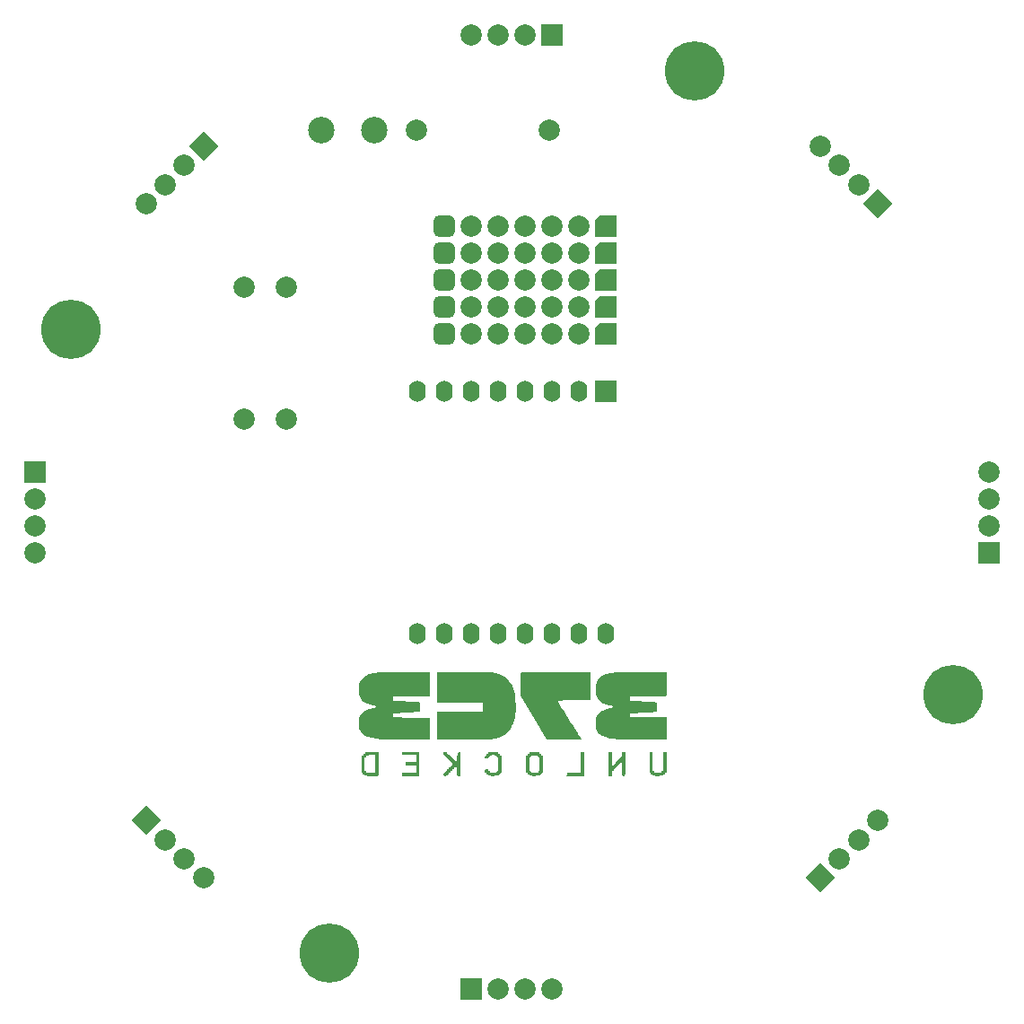
<source format=gbr>
%TF.GenerationSoftware,KiCad,Pcbnew,7.0.5*%
%TF.CreationDate,2024-01-07T17:07:28+01:00*%
%TF.ProjectId,37c3PCBLEDC100R_Rev.2,33376333-5043-4424-9c45-444331303052,rev?*%
%TF.SameCoordinates,Original*%
%TF.FileFunction,Soldermask,Bot*%
%TF.FilePolarity,Negative*%
%FSLAX46Y46*%
G04 Gerber Fmt 4.6, Leading zero omitted, Abs format (unit mm)*
G04 Created by KiCad (PCBNEW 7.0.5) date 2024-01-07 17:07:28*
%MOMM*%
%LPD*%
G01*
G04 APERTURE LIST*
G04 Aperture macros list*
%AMRoundRect*
0 Rectangle with rounded corners*
0 $1 Rounding radius*
0 $2 $3 $4 $5 $6 $7 $8 $9 X,Y pos of 4 corners*
0 Add a 4 corners polygon primitive as box body*
4,1,4,$2,$3,$4,$5,$6,$7,$8,$9,$2,$3,0*
0 Add four circle primitives for the rounded corners*
1,1,$1+$1,$2,$3*
1,1,$1+$1,$4,$5*
1,1,$1+$1,$6,$7*
1,1,$1+$1,$8,$9*
0 Add four rect primitives between the rounded corners*
20,1,$1+$1,$2,$3,$4,$5,0*
20,1,$1+$1,$4,$5,$6,$7,0*
20,1,$1+$1,$6,$7,$8,$9,0*
20,1,$1+$1,$8,$9,$2,$3,0*%
%AMRotRect*
0 Rectangle, with rotation*
0 The origin of the aperture is its center*
0 $1 length*
0 $2 width*
0 $3 Rotation angle, in degrees counterclockwise*
0 Add horizontal line*
21,1,$1,$2,0,0,$3*%
%AMOutline5P*
0 Free polygon, 5 corners , with rotation*
0 The origin of the aperture is its center*
0 number of corners: always 5*
0 $1 to $10 corner X, Y*
0 $11 Rotation angle, in degrees counterclockwise*
0 create outline with 5 corners*
4,1,5,$1,$2,$3,$4,$5,$6,$7,$8,$9,$10,$1,$2,$11*%
%AMOutline6P*
0 Free polygon, 6 corners , with rotation*
0 The origin of the aperture is its center*
0 number of corners: always 6*
0 $1 to $12 corner X, Y*
0 $13 Rotation angle, in degrees counterclockwise*
0 create outline with 6 corners*
4,1,6,$1,$2,$3,$4,$5,$6,$7,$8,$9,$10,$11,$12,$1,$2,$13*%
%AMOutline7P*
0 Free polygon, 7 corners , with rotation*
0 The origin of the aperture is its center*
0 number of corners: always 7*
0 $1 to $14 corner X, Y*
0 $15 Rotation angle, in degrees counterclockwise*
0 create outline with 7 corners*
4,1,7,$1,$2,$3,$4,$5,$6,$7,$8,$9,$10,$11,$12,$13,$14,$1,$2,$15*%
%AMOutline8P*
0 Free polygon, 8 corners , with rotation*
0 The origin of the aperture is its center*
0 number of corners: always 8*
0 $1 to $16 corner X, Y*
0 $17 Rotation angle, in degrees counterclockwise*
0 create outline with 8 corners*
4,1,8,$1,$2,$3,$4,$5,$6,$7,$8,$9,$10,$11,$12,$13,$14,$15,$16,$1,$2,$17*%
G04 Aperture macros list end*
%ADD10C,2.000000*%
%ADD11RotRect,2.000000X2.000000X225.000000*%
%ADD12C,5.600000*%
%ADD13R,2.000000X2.000000*%
%ADD14O,1.600000X2.000000*%
%ADD15RotRect,2.000000X2.000000X45.000000*%
%ADD16C,2.500000*%
%ADD17RotRect,2.000000X2.000000X315.000000*%
%ADD18Outline5P,-1.000000X0.600000X-0.600000X1.000000X1.000000X1.000000X1.000000X-1.000000X-1.000000X-1.000000X0.000000*%
%ADD19RoundRect,0.500000X-0.500000X-0.500000X0.500000X-0.500000X0.500000X0.500000X-0.500000X0.500000X0*%
%ADD20RotRect,2.000000X2.000000X135.000000*%
G04 APERTURE END LIST*
%TO.C,REF\u002A\u002A*%
G36*
X156827045Y-123767947D02*
G01*
X156827045Y-124891653D01*
X155995222Y-124891653D01*
X155163398Y-124891653D01*
X155188966Y-124796244D01*
X155204172Y-124729636D01*
X155215114Y-124647830D01*
X155228840Y-124630136D01*
X155289677Y-124613538D01*
X155407638Y-124602631D01*
X155591928Y-124596649D01*
X155851753Y-124594825D01*
X156487813Y-124594825D01*
X156487813Y-123619533D01*
X156487813Y-122644241D01*
X156657429Y-122644241D01*
X156827045Y-122644241D01*
X156827045Y-123767947D01*
G37*
G36*
X141264775Y-123767947D02*
G01*
X141264775Y-124891653D01*
X140459099Y-124891653D01*
X139653423Y-124891653D01*
X139653423Y-124743239D01*
X139653423Y-124594825D01*
X140310685Y-124594825D01*
X140967947Y-124594825D01*
X140967947Y-124255593D01*
X140967947Y-123916361D01*
X140480301Y-123916361D01*
X139992655Y-123916361D01*
X139992655Y-123767947D01*
X139992655Y-123619533D01*
X140480301Y-123619533D01*
X140967947Y-123619533D01*
X140967947Y-123280301D01*
X140967947Y-122941069D01*
X140310685Y-122941069D01*
X139653423Y-122941069D01*
X139653423Y-122792655D01*
X139653423Y-122644241D01*
X140459099Y-122644241D01*
X141264775Y-122644241D01*
X141264775Y-123767947D01*
G37*
G36*
X157420701Y-116432054D02*
G01*
X157420701Y-117767780D01*
X155872955Y-117767780D01*
X155865716Y-117767780D01*
X155513398Y-117768652D01*
X155189531Y-117771069D01*
X154903510Y-117774839D01*
X154664725Y-117779769D01*
X154482570Y-117785664D01*
X154366438Y-117792334D01*
X154325720Y-117799583D01*
X154330182Y-117816433D01*
X154365239Y-117893121D01*
X154423640Y-118001002D01*
X154462869Y-118066931D01*
X154542234Y-118197293D01*
X154653840Y-118379044D01*
X154792197Y-118603361D01*
X154951815Y-118861422D01*
X155127207Y-119144404D01*
X155312881Y-119443484D01*
X155503349Y-119749841D01*
X155693121Y-120054651D01*
X155876709Y-120349091D01*
X156048622Y-120624341D01*
X156203370Y-120871576D01*
X156335466Y-121081974D01*
X156439419Y-121246713D01*
X156509740Y-121356970D01*
X156540940Y-121403923D01*
X156543209Y-121409202D01*
X156525930Y-121422119D01*
X156468900Y-121432626D01*
X156365683Y-121440935D01*
X156209843Y-121447258D01*
X155994944Y-121451807D01*
X155714550Y-121454793D01*
X155362225Y-121456430D01*
X154931533Y-121456929D01*
X153280060Y-121456929D01*
X152042868Y-119402623D01*
X150805676Y-117348317D01*
X150805676Y-116354835D01*
X150806008Y-116196536D01*
X150808242Y-115916822D01*
X150812303Y-115666289D01*
X150817865Y-115458844D01*
X150824599Y-115308392D01*
X150832179Y-115228840D01*
X150858681Y-115096328D01*
X154139691Y-115096328D01*
X157420701Y-115096328D01*
X157420701Y-116432054D01*
G37*
G36*
X145625040Y-115107468D02*
G01*
X146103282Y-115110460D01*
X146586157Y-115113978D01*
X146996779Y-115117733D01*
X147341895Y-115121928D01*
X147628256Y-115126765D01*
X147862609Y-115132449D01*
X148051704Y-115139182D01*
X148202290Y-115147168D01*
X148321115Y-115156610D01*
X148414930Y-115167712D01*
X148490484Y-115180677D01*
X148554524Y-115195707D01*
X148747566Y-115253850D01*
X149134282Y-115420363D01*
X149464936Y-115640673D01*
X149741032Y-115917315D01*
X149964071Y-116252823D01*
X150135556Y-116649733D01*
X150256991Y-117110580D01*
X150329877Y-117637898D01*
X150355719Y-118234224D01*
X150355399Y-118421132D01*
X150345094Y-118786250D01*
X150319120Y-119097797D01*
X150274508Y-119376804D01*
X150208289Y-119644302D01*
X150117493Y-119921323D01*
X150068911Y-120046159D01*
X149868334Y-120424368D01*
X149608477Y-120742879D01*
X149288758Y-121002100D01*
X148908595Y-121202437D01*
X148467405Y-121344299D01*
X147964608Y-121428093D01*
X147921940Y-121430230D01*
X147795960Y-121433207D01*
X147599244Y-121436184D01*
X147339917Y-121439090D01*
X147026106Y-121441858D01*
X146665939Y-121444416D01*
X146267542Y-121446696D01*
X145839041Y-121448628D01*
X145388564Y-121450142D01*
X142960935Y-121456929D01*
X142960935Y-120142404D01*
X142960935Y-118827880D01*
X145028130Y-118827301D01*
X145057733Y-118827290D01*
X145470054Y-118826583D01*
X145858096Y-118824918D01*
X146213212Y-118822401D01*
X146526755Y-118819139D01*
X146790078Y-118815237D01*
X146994533Y-118810802D01*
X147131475Y-118805940D01*
X147192255Y-118800756D01*
X147193388Y-118800452D01*
X147238560Y-118783585D01*
X147265959Y-118751199D01*
X147279140Y-118685992D01*
X147281656Y-118570659D01*
X147277063Y-118387896D01*
X147264942Y-118001002D01*
X145114088Y-117990013D01*
X142963235Y-117979024D01*
X142951484Y-116633085D01*
X142950139Y-116466197D01*
X142948192Y-116142908D01*
X142947275Y-115849049D01*
X142947372Y-115595696D01*
X142948467Y-115393923D01*
X142950545Y-115254804D01*
X142953588Y-115189414D01*
X142967442Y-115091683D01*
X145625040Y-115107468D01*
G37*
G36*
X163272454Y-123534725D02*
G01*
X163272571Y-123744996D01*
X163273646Y-123989461D01*
X163276702Y-124167051D01*
X163282755Y-124288432D01*
X163292822Y-124364272D01*
X163307918Y-124405237D01*
X163329060Y-124421994D01*
X163357262Y-124425209D01*
X163412086Y-124439147D01*
X163442070Y-124510017D01*
X163443319Y-124532377D01*
X163460350Y-124566095D01*
X163510985Y-124584899D01*
X163612282Y-124593054D01*
X163781302Y-124594825D01*
X163870743Y-124594513D01*
X164005616Y-124590255D01*
X164080832Y-124577596D01*
X164113452Y-124552272D01*
X164120534Y-124510017D01*
X164132340Y-124460561D01*
X164184140Y-124425209D01*
X164199938Y-124420352D01*
X164217555Y-124392049D01*
X164230350Y-124329509D01*
X164239045Y-124222618D01*
X164244361Y-124061266D01*
X164247020Y-123835339D01*
X164247746Y-123534725D01*
X164247746Y-122644241D01*
X164417362Y-122644241D01*
X164586978Y-122644241D01*
X164586978Y-123619533D01*
X164586978Y-123641313D01*
X164586673Y-123948055D01*
X164585200Y-124180819D01*
X164581671Y-124349802D01*
X164575201Y-124465198D01*
X164564902Y-124537203D01*
X164549889Y-124576012D01*
X164529274Y-124591821D01*
X164502170Y-124594825D01*
X164447347Y-124608763D01*
X164417362Y-124679633D01*
X164403425Y-124734457D01*
X164332554Y-124764441D01*
X164283098Y-124776247D01*
X164247746Y-124828047D01*
X164240120Y-124850688D01*
X164201046Y-124871193D01*
X164116820Y-124883708D01*
X163974239Y-124889954D01*
X163760100Y-124891653D01*
X163641130Y-124891171D01*
X163461538Y-124886780D01*
X163348360Y-124876598D01*
X163289398Y-124859158D01*
X163272454Y-124832993D01*
X163256560Y-124794749D01*
X163187646Y-124752155D01*
X163138437Y-124726662D01*
X163102838Y-124662401D01*
X163094741Y-124629105D01*
X163040870Y-124594825D01*
X163029698Y-124592167D01*
X163010892Y-124566775D01*
X162996525Y-124506325D01*
X162985758Y-124400867D01*
X162977751Y-124240450D01*
X162971666Y-124015125D01*
X162966663Y-123714942D01*
X162966447Y-123699475D01*
X162961948Y-123374289D01*
X162959635Y-123123775D01*
X162960966Y-122938211D01*
X162967396Y-122807872D01*
X162980381Y-122723035D01*
X163001376Y-122673977D01*
X163031839Y-122650975D01*
X163073225Y-122644304D01*
X163126990Y-122644241D01*
X163272454Y-122644241D01*
X163272454Y-123534725D01*
G37*
G36*
X137406010Y-123764413D02*
G01*
X137405692Y-123931207D01*
X137402770Y-124260727D01*
X137396961Y-124527829D01*
X137388469Y-124726924D01*
X137377502Y-124852418D01*
X137364265Y-124898720D01*
X137351674Y-124900639D01*
X137267385Y-124903941D01*
X137120997Y-124904970D01*
X136928780Y-124903693D01*
X136707003Y-124900075D01*
X136635258Y-124898500D01*
X136408846Y-124891575D01*
X136252758Y-124882235D01*
X136155499Y-124869094D01*
X136105573Y-124850767D01*
X136091486Y-124825868D01*
X136082662Y-124795612D01*
X136023910Y-124764441D01*
X135980557Y-124748598D01*
X135934157Y-124679633D01*
X135910275Y-124630352D01*
X135853318Y-124594825D01*
X135832573Y-124581253D01*
X135816961Y-124533123D01*
X135806100Y-124440389D01*
X135799253Y-124293003D01*
X135795684Y-124080920D01*
X135794658Y-123794095D01*
X135794659Y-123785179D01*
X136091486Y-123785179D01*
X136091557Y-123899100D01*
X136092842Y-124112188D01*
X136097043Y-124258368D01*
X136105824Y-124350201D01*
X136120851Y-124400245D01*
X136143786Y-124421061D01*
X136176294Y-124425209D01*
X136231118Y-124439147D01*
X136261102Y-124510017D01*
X136266475Y-124547840D01*
X136293709Y-124573364D01*
X136358543Y-124587495D01*
X136476710Y-124593544D01*
X136663940Y-124594825D01*
X137066778Y-124594825D01*
X137066778Y-123767947D01*
X137066778Y-122941069D01*
X136681172Y-122941069D01*
X136560692Y-122941646D01*
X136419378Y-122946576D01*
X136335796Y-122959370D01*
X136293093Y-122983380D01*
X136274414Y-123021956D01*
X136250358Y-123068671D01*
X136172374Y-123123996D01*
X136164723Y-123126189D01*
X136135748Y-123142646D01*
X136115591Y-123179197D01*
X136102670Y-123248785D01*
X136095401Y-123364349D01*
X136092201Y-123538833D01*
X136091486Y-123785179D01*
X135794659Y-123785179D01*
X135794666Y-123738279D01*
X135795289Y-123472978D01*
X135797756Y-123278854D01*
X135803259Y-123144343D01*
X135812990Y-123057884D01*
X135828140Y-123007914D01*
X135849902Y-122982869D01*
X135879466Y-122971186D01*
X135928713Y-122946588D01*
X135964274Y-122886378D01*
X135980144Y-122845859D01*
X136049082Y-122801570D01*
X136098291Y-122776078D01*
X136133890Y-122711817D01*
X136139284Y-122690729D01*
X136168535Y-122670560D01*
X136234109Y-122657115D01*
X136348125Y-122649104D01*
X136522700Y-122645242D01*
X136769950Y-122644241D01*
X137406010Y-122644241D01*
X137406010Y-122941069D01*
X137406010Y-123764413D01*
G37*
G36*
X159413690Y-123301503D02*
G01*
X159414414Y-123527740D01*
X159417711Y-123714736D01*
X159424817Y-123839401D01*
X159436960Y-123913671D01*
X159455367Y-123949481D01*
X159481266Y-123958765D01*
X159522892Y-123944710D01*
X159569994Y-123877877D01*
X159594050Y-123831163D01*
X159672034Y-123775837D01*
X159717461Y-123752216D01*
X159752922Y-123687109D01*
X159761251Y-123653780D01*
X159816528Y-123619533D01*
X159853620Y-123603792D01*
X159880134Y-123534725D01*
X159894072Y-123479901D01*
X159964942Y-123449917D01*
X160019766Y-123435979D01*
X160049750Y-123365109D01*
X160063688Y-123310285D01*
X160134558Y-123280301D01*
X160189382Y-123266363D01*
X160219366Y-123195493D01*
X160233304Y-123140669D01*
X160304174Y-123110685D01*
X160333927Y-123108197D01*
X160369385Y-123082453D01*
X160385301Y-123012241D01*
X160388982Y-122877463D01*
X160388982Y-122644241D01*
X160537396Y-122644241D01*
X160685810Y-122644241D01*
X160685810Y-123764413D01*
X160685738Y-123869238D01*
X160684124Y-124208368D01*
X160680149Y-124471470D01*
X160673502Y-124665452D01*
X160663870Y-124797217D01*
X160650942Y-124873671D01*
X160634405Y-124901721D01*
X160584690Y-124908250D01*
X160485991Y-124900311D01*
X160461981Y-124895073D01*
X160431544Y-124879891D01*
X160411018Y-124845246D01*
X160398450Y-124778068D01*
X160391889Y-124665288D01*
X160389383Y-124493838D01*
X160388982Y-124250650D01*
X160388927Y-124149922D01*
X160387714Y-123935163D01*
X160383601Y-123787812D01*
X160374890Y-123695220D01*
X160359882Y-123644740D01*
X160336876Y-123623727D01*
X160304174Y-123619533D01*
X160249350Y-123633471D01*
X160219366Y-123704341D01*
X160205428Y-123759165D01*
X160134558Y-123789149D01*
X160085102Y-123800954D01*
X160049750Y-123852755D01*
X160040901Y-123884125D01*
X159982174Y-123916361D01*
X159938820Y-123932204D01*
X159892420Y-124001169D01*
X159867822Y-124050416D01*
X159807612Y-124085977D01*
X159767093Y-124101847D01*
X159722804Y-124170785D01*
X159698923Y-124220066D01*
X159641966Y-124255593D01*
X159607748Y-124271624D01*
X159583306Y-124340401D01*
X159569368Y-124395225D01*
X159498498Y-124425209D01*
X159468745Y-124427696D01*
X159433286Y-124453440D01*
X159417371Y-124523652D01*
X159413690Y-124658431D01*
X159413690Y-124891653D01*
X159244074Y-124891653D01*
X159074458Y-124891653D01*
X159074458Y-123767947D01*
X159074458Y-122644241D01*
X159244074Y-122644241D01*
X159413690Y-122644241D01*
X159413690Y-123301503D01*
G37*
G36*
X142240067Y-116237280D02*
G01*
X142240067Y-117385193D01*
X140512104Y-117396269D01*
X138784140Y-117407346D01*
X138771216Y-117608765D01*
X138758292Y-117810184D01*
X138940832Y-117810629D01*
X138986206Y-117811600D01*
X139122729Y-117817109D01*
X139320959Y-117826819D01*
X139566414Y-117839973D01*
X139844611Y-117855809D01*
X140141069Y-117873570D01*
X140331273Y-117885182D01*
X140604672Y-117901625D01*
X140844246Y-117915735D01*
X141037291Y-117926780D01*
X141171101Y-117934023D01*
X141232972Y-117936730D01*
X141264703Y-117944463D01*
X141286966Y-117978126D01*
X141299830Y-118052433D01*
X141305751Y-118182096D01*
X141307179Y-118381830D01*
X141307096Y-118464266D01*
X141305033Y-118635385D01*
X141297716Y-118743399D01*
X141281898Y-118804148D01*
X141254332Y-118833472D01*
X141211770Y-118847213D01*
X141157710Y-118853426D01*
X141030513Y-118863958D01*
X140845224Y-118877622D01*
X140615624Y-118893546D01*
X140355492Y-118910858D01*
X140078607Y-118928684D01*
X139798749Y-118946153D01*
X139529697Y-118962390D01*
X139285232Y-118976525D01*
X139079131Y-118987685D01*
X138925176Y-118994996D01*
X138837145Y-118997586D01*
X138794395Y-119010067D01*
X138769513Y-119066799D01*
X138762938Y-119187838D01*
X138762938Y-119378181D01*
X140490902Y-119389258D01*
X142218865Y-119400334D01*
X142230220Y-120428631D01*
X142241575Y-121456929D01*
X140019103Y-121456929D01*
X139980631Y-121456922D01*
X139524392Y-121455908D01*
X139085570Y-121453271D01*
X138673791Y-121449172D01*
X138298682Y-121443772D01*
X137969872Y-121437232D01*
X137696986Y-121429714D01*
X137489652Y-121421379D01*
X137357498Y-121412387D01*
X137224960Y-121397681D01*
X136782808Y-121325530D01*
X136415381Y-121223814D01*
X136118062Y-121090062D01*
X135886236Y-120921802D01*
X135715286Y-120716562D01*
X135600597Y-120471873D01*
X135566216Y-120324736D01*
X135543888Y-120099170D01*
X135542820Y-119850387D01*
X135561836Y-119604985D01*
X135599763Y-119389563D01*
X135655425Y-119230718D01*
X135751189Y-119081968D01*
X135954194Y-118870780D01*
X136197496Y-118710290D01*
X136306152Y-118664005D01*
X136473045Y-118605254D01*
X136662289Y-118546737D01*
X136848437Y-118495818D01*
X137006042Y-118459865D01*
X137109655Y-118446244D01*
X137161288Y-118433863D01*
X137193990Y-118367254D01*
X137184139Y-118329184D01*
X137138627Y-118295552D01*
X137041067Y-118266981D01*
X136875276Y-118236850D01*
X136688769Y-118196027D01*
X136436696Y-118112228D01*
X136198669Y-118004354D01*
X135998122Y-117883387D01*
X135858484Y-117760309D01*
X135825000Y-117719926D01*
X135711428Y-117565998D01*
X135635293Y-117419126D01*
X135589589Y-117256473D01*
X135567306Y-117055205D01*
X135561436Y-116792488D01*
X135561503Y-116761836D01*
X135572503Y-116461763D01*
X135606581Y-116223647D01*
X135669853Y-116027990D01*
X135768432Y-115855297D01*
X135908433Y-115686069D01*
X135984461Y-115611744D01*
X136222015Y-115442963D01*
X136523325Y-115306969D01*
X136897162Y-115199446D01*
X136919395Y-115194510D01*
X136998931Y-115179551D01*
X137092337Y-115166697D01*
X137206708Y-115155720D01*
X137349136Y-115146390D01*
X137526716Y-115138478D01*
X137746541Y-115131755D01*
X138015706Y-115125990D01*
X138341303Y-115120956D01*
X138730427Y-115116421D01*
X139190171Y-115112158D01*
X139727630Y-115107937D01*
X142240067Y-115089368D01*
X142240067Y-116237280D01*
G37*
G36*
X152925877Y-123794095D02*
G01*
X152924882Y-124077271D01*
X152921356Y-124290379D01*
X152914563Y-124438643D01*
X152903766Y-124532108D01*
X152888229Y-124580820D01*
X152867216Y-124594825D01*
X152828973Y-124610720D01*
X152786378Y-124679633D01*
X152760886Y-124728842D01*
X152696624Y-124764441D01*
X152663296Y-124772770D01*
X152629049Y-124828047D01*
X152621422Y-124850688D01*
X152582349Y-124871193D01*
X152498123Y-124883708D01*
X152355542Y-124889954D01*
X152141403Y-124891653D01*
X151967822Y-124890658D01*
X151810614Y-124885562D01*
X151714669Y-124874576D01*
X151666784Y-124855978D01*
X151653756Y-124828047D01*
X151638016Y-124790955D01*
X151568948Y-124764441D01*
X151514125Y-124750503D01*
X151484140Y-124679633D01*
X151470203Y-124624809D01*
X151399332Y-124594825D01*
X151390962Y-124594688D01*
X151363537Y-124588570D01*
X151343599Y-124565108D01*
X151329957Y-124513057D01*
X151321419Y-124421174D01*
X151316795Y-124278215D01*
X151314893Y-124072937D01*
X151314700Y-123926962D01*
X151611819Y-123926962D01*
X151611937Y-124061965D01*
X151614325Y-124230598D01*
X151621537Y-124337040D01*
X151635978Y-124395489D01*
X151660052Y-124420146D01*
X151696160Y-124425209D01*
X151750984Y-124439147D01*
X151780968Y-124510017D01*
X151782217Y-124532377D01*
X151799248Y-124566095D01*
X151849883Y-124584899D01*
X151951181Y-124593054D01*
X152120201Y-124594825D01*
X152209642Y-124594513D01*
X152344514Y-124590255D01*
X152419731Y-124577596D01*
X152452350Y-124552272D01*
X152459433Y-124510017D01*
X152471238Y-124460561D01*
X152523039Y-124425209D01*
X152540370Y-124420353D01*
X152560027Y-124389742D01*
X152573359Y-124320814D01*
X152581489Y-124201951D01*
X152585543Y-124021534D01*
X152586645Y-123767947D01*
X152586488Y-123667145D01*
X152584077Y-123437725D01*
X152577995Y-123278279D01*
X152567268Y-123177897D01*
X152550922Y-123125670D01*
X152527984Y-123110685D01*
X152489741Y-123094790D01*
X152447146Y-123025877D01*
X152426182Y-122981581D01*
X152378706Y-122955632D01*
X152285483Y-122943849D01*
X152127028Y-122941069D01*
X151974459Y-122943638D01*
X151877479Y-122955181D01*
X151826647Y-122980872D01*
X151802170Y-123025877D01*
X151775958Y-123075444D01*
X151720053Y-123110685D01*
X151679748Y-123138957D01*
X151649149Y-123229052D01*
X151628128Y-123386641D01*
X151615936Y-123617389D01*
X151611819Y-123926962D01*
X151314700Y-123926962D01*
X151314524Y-123794095D01*
X151314533Y-123738279D01*
X151315155Y-123472978D01*
X151317622Y-123278854D01*
X151323126Y-123144343D01*
X151332857Y-123057884D01*
X151348007Y-123007914D01*
X151369768Y-122982869D01*
X151399332Y-122971186D01*
X151448542Y-122945694D01*
X151484140Y-122881433D01*
X151498554Y-122842076D01*
X151568948Y-122813857D01*
X151623772Y-122799919D01*
X151653756Y-122729049D01*
X151654331Y-122713065D01*
X151665866Y-122681180D01*
X151703560Y-122661021D01*
X151782073Y-122649921D01*
X151916066Y-122645217D01*
X152120201Y-122644241D01*
X152298805Y-122645323D01*
X152445621Y-122650585D01*
X152533250Y-122662076D01*
X152575617Y-122681815D01*
X152586645Y-122711817D01*
X152602488Y-122755170D01*
X152671453Y-122801570D01*
X152720700Y-122826169D01*
X152756261Y-122886378D01*
X152772131Y-122926897D01*
X152841069Y-122971186D01*
X152846980Y-122972809D01*
X152875062Y-122986032D01*
X152895554Y-123014684D01*
X152909648Y-123070329D01*
X152918535Y-123164530D01*
X152923408Y-123308850D01*
X152925458Y-123514850D01*
X152925838Y-123767947D01*
X152925877Y-123794095D01*
G37*
G36*
X148359454Y-122644432D02*
G01*
X148530349Y-122646831D01*
X148638291Y-122653996D01*
X148697628Y-122668424D01*
X148722708Y-122692610D01*
X148727880Y-122729049D01*
X148741818Y-122783873D01*
X148812688Y-122813857D01*
X148867512Y-122827795D01*
X148897496Y-122898665D01*
X148911434Y-122953489D01*
X148982304Y-122983473D01*
X148988809Y-122983550D01*
X149016896Y-122989045D01*
X149037318Y-123011366D01*
X149051294Y-123061843D01*
X149060042Y-123151807D01*
X149064782Y-123292586D01*
X149066733Y-123495513D01*
X149067112Y-123771917D01*
X149067109Y-123808739D01*
X149066544Y-124076325D01*
X149064162Y-124272134D01*
X149058743Y-124407825D01*
X149049067Y-124495054D01*
X149033915Y-124545478D01*
X149012067Y-124570754D01*
X148982304Y-124582538D01*
X148933311Y-124609962D01*
X148897496Y-124684579D01*
X148884093Y-124734030D01*
X148812688Y-124764441D01*
X148763232Y-124776247D01*
X148727880Y-124828047D01*
X148720254Y-124850688D01*
X148681180Y-124871193D01*
X148596954Y-124883708D01*
X148454373Y-124889954D01*
X148240234Y-124891653D01*
X148121263Y-124891171D01*
X147941671Y-124886780D01*
X147828493Y-124876598D01*
X147769531Y-124859158D01*
X147752588Y-124832993D01*
X147736693Y-124794749D01*
X147667780Y-124752155D01*
X147618571Y-124726662D01*
X147582972Y-124662401D01*
X147568558Y-124623044D01*
X147498164Y-124594825D01*
X147457965Y-124592827D01*
X147422550Y-124571919D01*
X147418501Y-124510721D01*
X147439858Y-124388105D01*
X147460669Y-124312767D01*
X147508823Y-124265795D01*
X147609474Y-124255593D01*
X147668277Y-124257862D01*
X147735252Y-124281113D01*
X147752588Y-124340401D01*
X147766526Y-124395225D01*
X147837396Y-124425209D01*
X147892220Y-124439147D01*
X147922204Y-124510017D01*
X147922703Y-124525283D01*
X147936438Y-124562738D01*
X147982222Y-124583688D01*
X148077629Y-124592822D01*
X148240234Y-124594825D01*
X148297481Y-124594692D01*
X148437936Y-124591029D01*
X148516502Y-124578820D01*
X148550753Y-124553378D01*
X148558264Y-124510017D01*
X148572202Y-124455193D01*
X148643072Y-124425209D01*
X148661027Y-124424382D01*
X148688119Y-124413358D01*
X148706699Y-124379510D01*
X148718365Y-124310442D01*
X148724717Y-124193756D01*
X148727356Y-124017056D01*
X148727880Y-123767947D01*
X148727773Y-123628792D01*
X148726351Y-123418830D01*
X148721983Y-123274840D01*
X148713071Y-123184428D01*
X148698015Y-123135195D01*
X148675215Y-123114746D01*
X148643072Y-123110685D01*
X148588248Y-123096747D01*
X148558264Y-123025877D01*
X148557765Y-123010611D01*
X148544029Y-122973156D01*
X148498246Y-122952205D01*
X148402839Y-122943072D01*
X148240234Y-122941069D01*
X148182986Y-122941202D01*
X148042532Y-122944865D01*
X147963966Y-122957074D01*
X147929715Y-122982515D01*
X147922204Y-123025877D01*
X147908266Y-123080701D01*
X147837396Y-123110685D01*
X147782572Y-123124623D01*
X147752588Y-123195493D01*
X147741749Y-123246382D01*
X147690960Y-123273610D01*
X147578026Y-123280301D01*
X147544773Y-123280143D01*
X147452741Y-123272842D01*
X147420779Y-123245329D01*
X147429033Y-123184892D01*
X147444239Y-123118284D01*
X147455181Y-123036478D01*
X147462689Y-123011991D01*
X147519366Y-122983473D01*
X147556458Y-122967732D01*
X147582972Y-122898665D01*
X147596910Y-122843841D01*
X147667780Y-122813857D01*
X147722604Y-122799919D01*
X147752588Y-122729049D01*
X147753690Y-122708315D01*
X147767481Y-122678594D01*
X147808683Y-122659821D01*
X147891644Y-122649502D01*
X148030712Y-122645140D01*
X148240234Y-122644241D01*
X148359454Y-122644432D01*
G37*
G36*
X145165943Y-123764413D02*
G01*
X145164882Y-124114783D01*
X145161296Y-124408148D01*
X145154936Y-124627776D01*
X145145556Y-124779341D01*
X145132911Y-124868519D01*
X145116756Y-124900982D01*
X145052235Y-124907385D01*
X144947140Y-124899702D01*
X144826711Y-124882027D01*
X144826711Y-124399194D01*
X144825777Y-124231888D01*
X144820746Y-124073961D01*
X144809787Y-123977568D01*
X144791156Y-123929453D01*
X144763105Y-123916361D01*
X144726013Y-123932102D01*
X144699499Y-124001169D01*
X144685561Y-124055993D01*
X144614691Y-124085977D01*
X144559868Y-124099915D01*
X144529883Y-124170785D01*
X144515945Y-124225609D01*
X144445075Y-124255593D01*
X144390251Y-124269531D01*
X144360267Y-124340401D01*
X144346329Y-124395225D01*
X144275459Y-124425209D01*
X144220635Y-124439147D01*
X144190651Y-124510017D01*
X144176713Y-124564841D01*
X144105843Y-124594825D01*
X144051019Y-124608763D01*
X144021035Y-124679633D01*
X144009230Y-124729089D01*
X143957429Y-124764441D01*
X143927766Y-124771829D01*
X143893823Y-124828047D01*
X143890745Y-124846333D01*
X143842146Y-124881150D01*
X143724207Y-124891653D01*
X143674158Y-124891321D01*
X143591431Y-124880493D01*
X143559726Y-124838263D01*
X143554591Y-124743239D01*
X143557363Y-124676239D01*
X143580948Y-124611427D01*
X143639399Y-124594825D01*
X143694223Y-124580887D01*
X143724207Y-124510017D01*
X143738145Y-124455193D01*
X143809015Y-124425209D01*
X143863839Y-124411271D01*
X143893823Y-124340401D01*
X143904912Y-124290930D01*
X143952484Y-124255593D01*
X143990727Y-124239698D01*
X144033322Y-124170785D01*
X144058814Y-124121576D01*
X144123075Y-124085977D01*
X144156486Y-124077081D01*
X144190651Y-124018401D01*
X144206494Y-123975048D01*
X144275459Y-123928647D01*
X144293412Y-123922834D01*
X144345515Y-123871853D01*
X144360267Y-123763001D01*
X144357965Y-123703643D01*
X144334690Y-123636817D01*
X144275459Y-123619533D01*
X144220635Y-123605595D01*
X144190651Y-123534725D01*
X144176713Y-123479901D01*
X144105843Y-123449917D01*
X144051019Y-123435979D01*
X144021035Y-123365109D01*
X144007097Y-123310285D01*
X143936227Y-123280301D01*
X143881403Y-123266363D01*
X143851419Y-123195493D01*
X143839614Y-123146037D01*
X143787813Y-123110685D01*
X143756443Y-123101836D01*
X143724207Y-123043109D01*
X143708364Y-122999755D01*
X143639399Y-122953355D01*
X143621447Y-122947542D01*
X143569343Y-122896560D01*
X143554591Y-122787709D01*
X143554602Y-122779573D01*
X143562684Y-122687655D01*
X143603496Y-122650911D01*
X143703005Y-122644241D01*
X143732175Y-122644767D01*
X143823986Y-122662945D01*
X143851419Y-122711817D01*
X143867262Y-122755170D01*
X143936227Y-122801570D01*
X143985508Y-122825452D01*
X144021035Y-122882408D01*
X144037066Y-122916626D01*
X144105843Y-122941069D01*
X144160667Y-122955007D01*
X144190651Y-123025877D01*
X144204589Y-123080701D01*
X144275459Y-123110685D01*
X144330283Y-123124623D01*
X144360267Y-123195493D01*
X144374205Y-123250317D01*
X144445075Y-123280301D01*
X144499899Y-123294239D01*
X144529883Y-123365109D01*
X144543821Y-123419933D01*
X144614691Y-123449917D01*
X144669515Y-123463855D01*
X144699499Y-123534725D01*
X144711305Y-123584181D01*
X144763105Y-123619533D01*
X144793704Y-123605778D01*
X144813814Y-123551921D01*
X144823930Y-123443077D01*
X144826711Y-123264399D01*
X144826876Y-123224026D01*
X144831344Y-123041248D01*
X144840679Y-122881935D01*
X144853214Y-122776753D01*
X144874025Y-122701415D01*
X144922178Y-122654442D01*
X145022830Y-122644241D01*
X145165943Y-122644241D01*
X145165943Y-123764413D01*
G37*
G36*
X164586978Y-116237755D02*
G01*
X164586586Y-116491416D01*
X164584432Y-116796083D01*
X164580094Y-117028589D01*
X164573226Y-117196439D01*
X164563480Y-117307134D01*
X164550511Y-117368178D01*
X164533973Y-117387075D01*
X164528615Y-117387123D01*
X164456670Y-117387259D01*
X164311669Y-117387296D01*
X164103078Y-117387239D01*
X163840366Y-117387093D01*
X163533000Y-117386863D01*
X163190447Y-117386554D01*
X162822175Y-117386171D01*
X161163382Y-117384336D01*
X161135015Y-117561735D01*
X161129165Y-117605398D01*
X161125496Y-117712419D01*
X161140052Y-117769884D01*
X161147105Y-117772983D01*
X161220950Y-117785346D01*
X161362550Y-117800239D01*
X161558911Y-117816550D01*
X161797039Y-117833167D01*
X162063940Y-117848977D01*
X162085845Y-117850168D01*
X162381578Y-117866565D01*
X162673668Y-117883286D01*
X162941853Y-117899137D01*
X163165871Y-117912921D01*
X163325459Y-117923443D01*
X163696494Y-117949564D01*
X163696494Y-118387914D01*
X163696430Y-118461153D01*
X163694464Y-118633635D01*
X163687262Y-118742493D01*
X163671508Y-118803669D01*
X163643888Y-118833104D01*
X163601085Y-118846741D01*
X163600004Y-118846963D01*
X163530540Y-118854915D01*
X163388883Y-118866659D01*
X163187052Y-118881356D01*
X162937063Y-118898167D01*
X162650935Y-118916252D01*
X162340686Y-118934771D01*
X162312059Y-118936433D01*
X162009664Y-118954287D01*
X161737491Y-118970876D01*
X161506430Y-118985497D01*
X161327371Y-118997446D01*
X161211204Y-119006018D01*
X161168819Y-119010511D01*
X161165945Y-119019085D01*
X161151786Y-119087174D01*
X161132169Y-119198915D01*
X161102396Y-119379132D01*
X162844687Y-119379132D01*
X164586978Y-119379132D01*
X164586978Y-120418030D01*
X164586978Y-121456929D01*
X162350167Y-121456194D01*
X162230617Y-121456097D01*
X161790400Y-121454761D01*
X161366342Y-121452005D01*
X160968250Y-121447986D01*
X160605931Y-121442858D01*
X160289191Y-121436776D01*
X160027837Y-121429897D01*
X159831677Y-121422375D01*
X159710518Y-121414367D01*
X159648896Y-121407809D01*
X159198512Y-121339670D01*
X158823784Y-121242739D01*
X158520450Y-121115276D01*
X158284245Y-120955542D01*
X158110909Y-120761798D01*
X158003251Y-120580602D01*
X157933961Y-120398131D01*
X157897870Y-120189568D01*
X157887382Y-119926523D01*
X157889020Y-119826489D01*
X157925735Y-119500933D01*
X158014369Y-119232622D01*
X158159754Y-119010432D01*
X158366724Y-118823240D01*
X158414368Y-118793153D01*
X158558550Y-118722049D01*
X158745591Y-118645092D01*
X158951565Y-118570659D01*
X159152544Y-118507123D01*
X159324600Y-118462860D01*
X159443807Y-118446244D01*
X159510156Y-118432029D01*
X159540902Y-118367254D01*
X159532238Y-118330962D01*
X159488498Y-118296651D01*
X159392961Y-118267919D01*
X159229309Y-118237998D01*
X158950443Y-118175212D01*
X158614433Y-118041496D01*
X158334448Y-117856412D01*
X158117227Y-117624708D01*
X157969514Y-117351129D01*
X157952289Y-117304061D01*
X157915596Y-117180039D01*
X157896086Y-117052778D01*
X157890832Y-116895226D01*
X157896907Y-116680333D01*
X157898881Y-116636286D01*
X157912942Y-116429158D01*
X157935809Y-116274873D01*
X157972908Y-116146290D01*
X158029666Y-116016264D01*
X158101842Y-115886526D01*
X158291967Y-115652202D01*
X158541391Y-115462441D01*
X158856599Y-115312879D01*
X159244074Y-115199155D01*
X159263969Y-115194742D01*
X159343461Y-115179761D01*
X159436897Y-115166883D01*
X159551363Y-115155880D01*
X159693945Y-115146523D01*
X159871730Y-115138584D01*
X160091805Y-115131834D01*
X160361255Y-115126046D01*
X160687167Y-115120990D01*
X161076628Y-115116439D01*
X161536724Y-115112164D01*
X162074541Y-115107937D01*
X164586978Y-115089368D01*
X164586978Y-116237755D01*
G37*
%TD*%
D10*
%TO.C,R1*%
X141000000Y-64000000D03*
X153500000Y-64000000D03*
%TD*%
%TO.C,R2*%
X128750000Y-78750000D03*
X128750000Y-91250000D03*
%TD*%
%TO.C,D4*%
X180901974Y-132698026D03*
D11*
X179105923Y-134494077D03*
D10*
X182698026Y-130901974D03*
X184494077Y-129105923D03*
%TD*%
D12*
%TO.C,H2*%
X167200000Y-58400000D03*
%TD*%
D10*
%TO.C,D7*%
X105000000Y-98730000D03*
D13*
X105000000Y-96190000D03*
D10*
X105000000Y-101270000D03*
X105000000Y-103810000D03*
%TD*%
D13*
%TO.C,U1*%
X158870000Y-88580000D03*
D14*
X156330000Y-88580000D03*
X153790000Y-88580000D03*
X151250000Y-88580000D03*
X148710000Y-88580000D03*
X146170000Y-88580000D03*
X143630000Y-88580000D03*
X141090000Y-88580000D03*
X141090000Y-111440000D03*
X143630000Y-111440000D03*
X146170000Y-111440000D03*
X148710000Y-111440000D03*
X151250000Y-111440000D03*
X153790000Y-111440000D03*
X156330000Y-111440000D03*
X158870000Y-111440000D03*
%TD*%
D10*
%TO.C,D5*%
X148730000Y-145000000D03*
D13*
X146190000Y-145000000D03*
D10*
X151270000Y-145000000D03*
X153810000Y-145000000D03*
%TD*%
D12*
%TO.C,H3*%
X108400000Y-82800000D03*
%TD*%
D10*
%TO.C,D8*%
X119098026Y-67301974D03*
D15*
X120894077Y-65505923D03*
D10*
X117301974Y-69098026D03*
X115505923Y-70894077D03*
%TD*%
D16*
%TO.C,TP2*%
X132000000Y-64000000D03*
%TD*%
D10*
%TO.C,D3*%
X195000000Y-101270000D03*
D13*
X195000000Y-103810000D03*
D10*
X195000000Y-98730000D03*
X195000000Y-96190000D03*
%TD*%
%TO.C,D1*%
X151270000Y-55000000D03*
D13*
X153810000Y-55000000D03*
D10*
X148730000Y-55000000D03*
X146190000Y-55000000D03*
%TD*%
%TO.C,D2*%
X182698026Y-69098026D03*
D17*
X184494077Y-70894077D03*
D10*
X180901974Y-67301974D03*
X179105923Y-65505923D03*
%TD*%
%TO.C,R3*%
X124750000Y-91250000D03*
X124750000Y-78750000D03*
%TD*%
D12*
%TO.C,H1*%
X132800000Y-141600000D03*
%TD*%
D16*
%TO.C,TP1*%
X137000000Y-64000000D03*
%TD*%
D10*
%TO.C,A1*%
X146170000Y-73070000D03*
X146170000Y-75610000D03*
X146170000Y-78150000D03*
X146170000Y-80690000D03*
X148710000Y-73070000D03*
X148710000Y-75610000D03*
X148710000Y-78150000D03*
X148710000Y-80690000D03*
X151250000Y-73070000D03*
X151250000Y-75610000D03*
X151250000Y-78150000D03*
X151250000Y-80690000D03*
X153790000Y-73070000D03*
X153790000Y-75610000D03*
X153790000Y-78150000D03*
X153790000Y-80690000D03*
X156330000Y-73070000D03*
X156330000Y-75610000D03*
X156330000Y-78150000D03*
X156330000Y-80690000D03*
X156330000Y-83230000D03*
X153790000Y-83230000D03*
X151250000Y-83230000D03*
X148710000Y-83230000D03*
X146170000Y-83230000D03*
D18*
X158870000Y-73070000D03*
X158870000Y-75610000D03*
X158870000Y-78150000D03*
X158870000Y-80690000D03*
X158870000Y-83230000D03*
D19*
X143630000Y-73070000D03*
X143630000Y-75610000D03*
X143630000Y-78150000D03*
X143630000Y-80690000D03*
X143630000Y-83230000D03*
%TD*%
D12*
%TO.C,H4*%
X191600000Y-117200000D03*
%TD*%
D10*
%TO.C,D6*%
X117301974Y-130901974D03*
D20*
X115505923Y-129105923D03*
D10*
X119098026Y-132698026D03*
X120894077Y-134494077D03*
%TD*%
M02*

</source>
